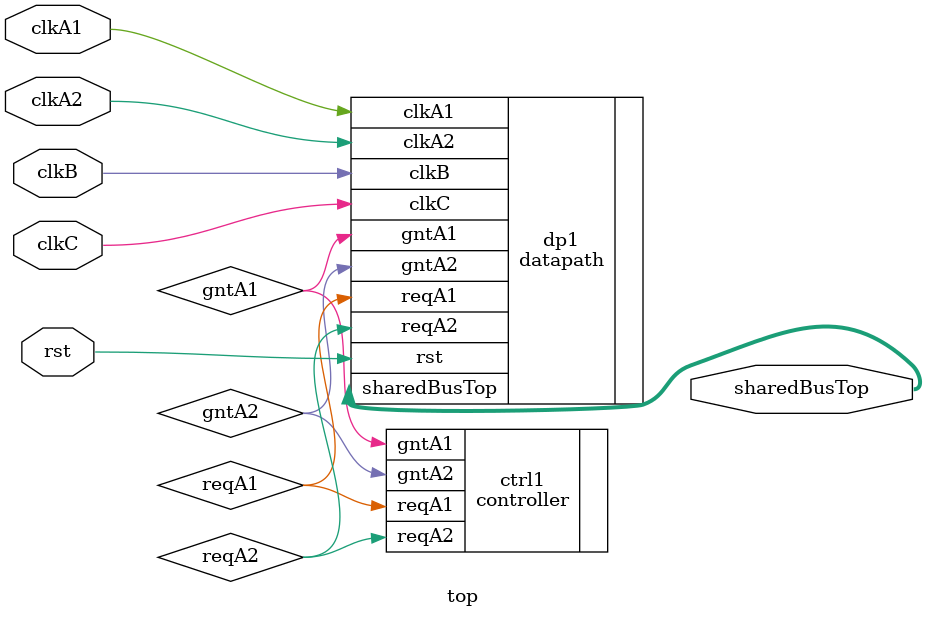
<source format=sv>
`timescale 1ns / 1ps

module top (
    input clkA1,
    input clkA2,
    input clkB,
    input clkC,
    input rst,
    output reg [63:0] sharedBusTop
);

wire reqA1;
wire reqA2;
wire gntA1;
wire gntA2;


controller ctrl1(
    .reqA1(reqA1),
    .reqA2(reqA2),
    .gntA1(gntA1),
    .gntA2(gntA2)
);



datapath dp1(
    .clkA1(clkA1),
    .clkA2(clkA2),
    .clkB(clkB),
    .clkC(clkC),
    .rst(rst),
    .gntA1(gntA1),
    .gntA2(gntA2),
    .reqA1(reqA1),
    .reqA2(reqA2),
    .sharedBusTop(sharedBusTop)
);
    
endmodule
</source>
